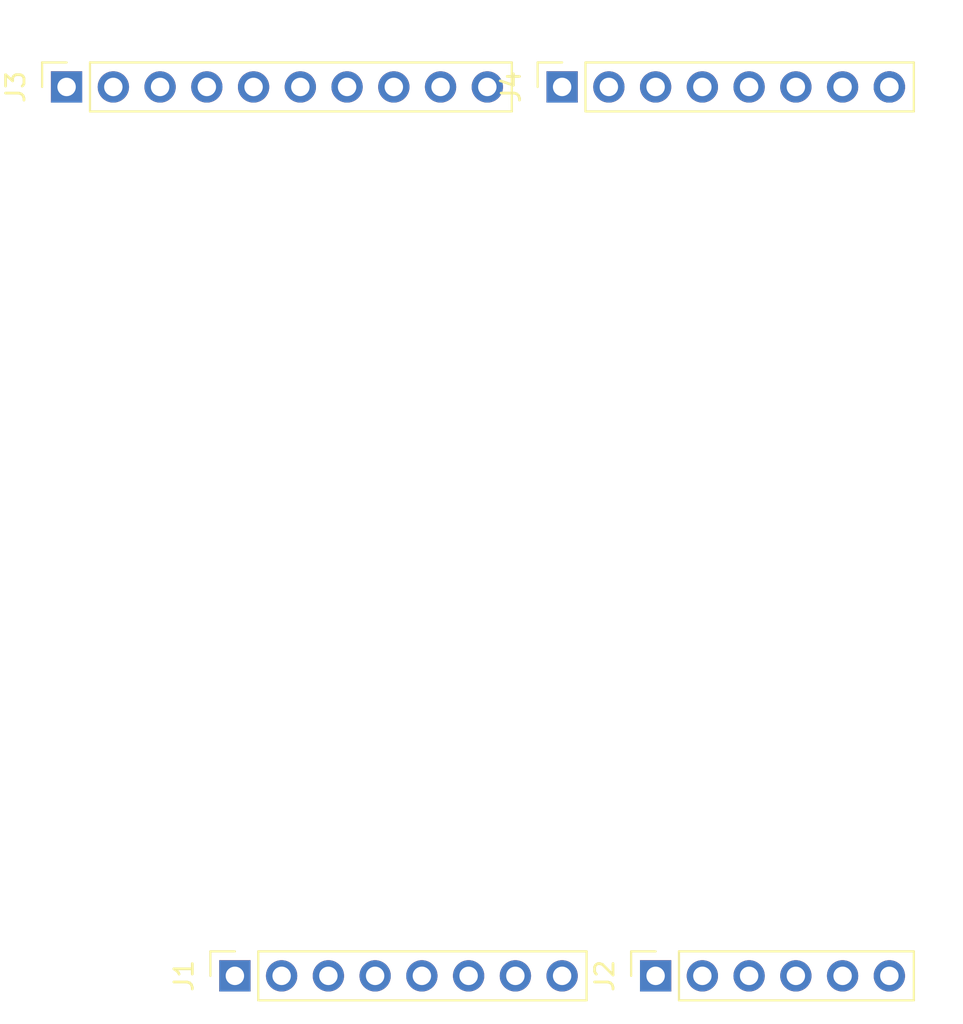
<source format=kicad_pcb>
(kicad_pcb (version 20221018) (generator pcbnew)
  (layers (0 "F.Cu" signal) (31 "B.Cu" signal) (34 "B.Paste" user) (35 "F.Paste" user) (36 "B.SilkS" user "B.Silkscreen") (37 "F.SilkS" user "F.Silkscreen") (38 "B.Mask" user) (39 "F.Mask" user) (44 "Edge.Cuts" user))
  (net 0 "")
  (net 2 "/IOREF")
  (net 3 "/~{RESET}")
  (net 4 "+3V3")
  (net 5 "+5V")
  (net 6 "GND")
  (net 7 "VCC")
  (net 8 "/A0")
  (net 9 "/A1")
  (net 10 "/A2")
  (net 11 "/A3")
  (net 12 "/SDA{slash}A4")
  (net 13 "/SCL{slash}A5")
  (net 14 "/AREF")
  (net 15 "/13")
  (net 16 "/12")
  (net 17 "/*11")
  (net 18 "/*10")
  (net 19 "/*9")
  (net 20 "/8")
  (net 21 "/7")
  (net 22 "/*6")
  (net 23 "/*5")
  (net 24 "/4")
  (net 25 "/*3")
  (net 26 "/2")
  (net 27 "/TX{slash}1")
  (net 28 "/RX{slash}0")
  (footprint "Connector_PinSocket_2.54mm:PinSocket_1x06_P2.54mm_Vertical" (layer "F.Cu") (at 226.06 149.86 90)
    (fp_text reference "J2" (at 0 -2.77 90) (layer "F.SilkS"))
    (fp_text value "Analog")
    (fp_line (start -1.33 1.27) (end -1.33 14.03) (stroke (width 0.12)) (layer "F.SilkS"))
    (fp_line (start -1.33 1.27) (end 1.33 1.27) (stroke (width 0.12)) (layer "F.SilkS"))
    (fp_line (start -1.33 14.03) (end 1.33 14.03) (stroke (width 0.12)) (layer "F.SilkS"))
    (fp_line (start 0 -1.33) (end 1.33 -1.33) (stroke (width 0.12)) (layer "F.SilkS"))
    (fp_line (start 1.33 -1.33) (end 1.33 0) (stroke (width 0.12)) (layer "F.SilkS"))
    (fp_line (start 1.33 1.27) (end 1.33 14.03) (stroke (width 0.12)) (layer "F.SilkS"))
    (pad "1" thru_hole rect (at 0 0 90) (size 1.7 1.7) (drill 1) (layers "*.Cu" "*.Mask") (net 8 "/A0"))
    (pad "2" thru_hole oval (at 0 2.54 90) (size 1.7 1.7) (drill 1) (layers "*.Cu" "*.Mask") (net 9 "/A1"))
    (pad "3" thru_hole oval (at 0 5.08 90) (size 1.7 1.7) (drill 1) (layers "*.Cu" "*.Mask") (net 10 "/A2"))
    (pad "4" thru_hole oval (at 0 7.62 90) (size 1.7 1.7) (drill 1) (layers "*.Cu" "*.Mask") (net 11 "/A3"))
    (pad "5" thru_hole oval (at 0 10.16 90) (size 1.7 1.7) (drill 1) (layers "*.Cu" "*.Mask") (net 12 "/SDA{slash}A4"))
    (pad "6" thru_hole oval (at 0 12.7 90) (size 1.7 1.7) (drill 1) (layers "*.Cu" "*.Mask") (net 13 "/SCL{slash}A5"))
  )
  (footprint "Connector_PinSocket_2.54mm:PinSocket_1x08_P2.54mm_Vertical" (layer "F.Cu") (at 203.2 149.86 90)
    (fp_text reference "J1" (at 0 -2.77 90) (layer "F.SilkS"))
    (fp_text value "Power")
    (fp_line (start -1.33 1.27) (end -1.33 19.11) (stroke (width 0.12)) (layer "F.SilkS"))
    (fp_line (start -1.33 1.27) (end 1.33 1.27) (stroke (width 0.12)) (layer "F.SilkS"))
    (fp_line (start -1.33 19.11) (end 1.33 19.11) (stroke (width 0.12)) (layer "F.SilkS"))
    (fp_line (start 0 -1.33) (end 1.33 -1.33) (stroke (width 0.12)) (layer "F.SilkS"))
    (fp_line (start 1.33 -1.33) (end 1.33 0) (stroke (width 0.12)) (layer "F.SilkS"))
    (fp_line (start 1.33 1.27) (end 1.33 19.11) (stroke (width 0.12)) (layer "F.SilkS"))
    (pad "1" thru_hole rect (at 0 0 90) (size 1.7 1.7) (drill 1) (layers "*.Cu" "*.Mask"))
    (pad "2" thru_hole oval (at 0 2.54 90) (size 1.7 1.7) (drill 1) (layers "*.Cu" "*.Mask") (net 2 "/IOREF"))
    (pad "3" thru_hole oval (at 0 5.08 90) (size 1.7 1.7) (drill 1) (layers "*.Cu" "*.Mask") (net 3 "/~{RESET}"))
    (pad "4" thru_hole oval (at 0 7.62 90) (size 1.7 1.7) (drill 1) (layers "*.Cu" "*.Mask") (net 4 "+3V3"))
    (pad "5" thru_hole oval (at 0 10.16 90) (size 1.7 1.7) (drill 1) (layers "*.Cu" "*.Mask") (net 5 "+5V"))
    (pad "6" thru_hole oval (at 0 12.7 90) (size 1.7 1.7) (drill 1) (layers "*.Cu" "*.Mask") (net 6 "GND"))
    (pad "7" thru_hole oval (at 0 15.24 90) (size 1.7 1.7) (drill 1) (layers "*.Cu" "*.Mask") (net 6 "GND"))
    (pad "8" thru_hole oval (at 0 17.78 90) (size 1.7 1.7) (drill 1) (layers "*.Cu" "*.Mask") (net 7 "VCC"))
  )
  (footprint "Connector_PinSocket_2.54mm:PinSocket_1x08_P2.54mm_Vertical" (layer "F.Cu") (at 220.98 101.6 90)
    (fp_text reference "J4" (at 0 -2.77 90) (layer "F.SilkS"))
    (fp_text value "Digital/PWM")
    (fp_line (start -1.33 1.27) (end -1.33 19.11) (stroke (width 0.12)) (layer "F.SilkS"))
    (fp_line (start -1.33 1.27) (end 1.33 1.27) (stroke (width 0.12)) (layer "F.SilkS"))
    (fp_line (start -1.33 19.11) (end 1.33 19.11) (stroke (width 0.12)) (layer "F.SilkS"))
    (fp_line (start 0 -1.33) (end 1.33 -1.33) (stroke (width 0.12)) (layer "F.SilkS"))
    (fp_line (start 1.33 -1.33) (end 1.33 0) (stroke (width 0.12)) (layer "F.SilkS"))
    (fp_line (start 1.33 1.27) (end 1.33 19.11) (stroke (width 0.12)) (layer "F.SilkS"))
    (pad "1" thru_hole rect (at 0 0 90) (size 1.7 1.7) (drill 1) (layers "*.Cu" "*.Mask") (net 21 "/7"))
    (pad "2" thru_hole oval (at 0 2.54 90) (size 1.7 1.7) (drill 1) (layers "*.Cu" "*.Mask") (net 22 "/*6"))
    (pad "3" thru_hole oval (at 0 5.08 90) (size 1.7 1.7) (drill 1) (layers "*.Cu" "*.Mask") (net 23 "/*5"))
    (pad "4" thru_hole oval (at 0 7.62 90) (size 1.7 1.7) (drill 1) (layers "*.Cu" "*.Mask") (net 24 "/4"))
    (pad "5" thru_hole oval (at 0 10.16 90) (size 1.7 1.7) (drill 1) (layers "*.Cu" "*.Mask") (net 25 "/*3"))
    (pad "6" thru_hole oval (at 0 12.7 90) (size 1.7 1.7) (drill 1) (layers "*.Cu" "*.Mask") (net 26 "/2"))
    (pad "7" thru_hole oval (at 0 15.24 90) (size 1.7 1.7) (drill 1) (layers "*.Cu" "*.Mask") (net 27 "/TX{slash}1"))
    (pad "8" thru_hole oval (at 0 17.78 90) (size 1.7 1.7) (drill 1) (layers "*.Cu" "*.Mask") (net 28 "/RX{slash}0"))
  )
  (footprint "Connector_PinSocket_2.54mm:PinSocket_1x10_P2.54mm_Vertical" (layer "F.Cu") (at 194.056 101.6 90)
    (fp_text reference "J3" (at 0 -2.77 90) (layer "F.SilkS"))
    (fp_text value "Digital/PWM")
    (fp_line (start -1.33 1.27) (end -1.33 24.19) (stroke (width 0.12)) (layer "F.SilkS"))
    (fp_line (start -1.33 1.27) (end 1.33 1.27) (stroke (width 0.12)) (layer "F.SilkS"))
    (fp_line (start -1.33 24.19) (end 1.33 24.19) (stroke (width 0.12)) (layer "F.SilkS"))
    (fp_line (start 0 -1.33) (end 1.33 -1.33) (stroke (width 0.12)) (layer "F.SilkS"))
    (fp_line (start 1.33 -1.33) (end 1.33 0) (stroke (width 0.12)) (layer "F.SilkS"))
    (fp_line (start 1.33 1.27) (end 1.33 24.19) (stroke (width 0.12)) (layer "F.SilkS"))
    (pad "1" thru_hole rect (at 0 0 90) (size 1.7 1.7) (drill 1) (layers "*.Cu" "*.Mask") (net 13 "/SCL{slash}A5"))
    (pad "2" thru_hole oval (at 0 2.54 90) (size 1.7 1.7) (drill 1) (layers "*.Cu" "*.Mask") (net 12 "/SDA{slash}A4"))
    (pad "3" thru_hole oval (at 0 5.08 90) (size 1.7 1.7) (drill 1) (layers "*.Cu" "*.Mask") (net 14 "/AREF"))
    (pad "4" thru_hole oval (at 0 7.62 90) (size 1.7 1.7) (drill 1) (layers "*.Cu" "*.Mask") (net 6 "GND"))
    (pad "5" thru_hole oval (at 0 10.16 90) (size 1.7 1.7) (drill 1) (layers "*.Cu" "*.Mask") (net 15 "/13"))
    (pad "6" thru_hole oval (at 0 12.7 90) (size 1.7 1.7) (drill 1) (layers "*.Cu" "*.Mask") (net 16 "/12"))
    (pad "7" thru_hole oval (at 0 15.24 90) (size 1.7 1.7) (drill 1) (layers "*.Cu" "*.Mask") (net 17 "/*11"))
    (pad "8" thru_hole oval (at 0 17.78 90) (size 1.7 1.7) (drill 1) (layers "*.Cu" "*.Mask") (net 18 "/*10"))
    (pad "9" thru_hole oval (at 0 20.32 90) (size 1.7 1.7) (drill 1) (layers "*.Cu" "*.Mask") (net 19 "/*9"))
    (pad "10" thru_hole oval (at 0 22.86 90) (size 1.7 1.7) (drill 1) (layers "*.Cu" "*.Mask") (net 20 "/8"))
  )
  (footprint "" (layer "F.Cu") (at 238.76 101.6)
    (fp_text reference "" (at 0 0) (layer "F.SilkS") (effects (font (size 1.27 1.27))))
    (fp_text value "" (at 0 0) (layer "F.SilkS") (effects (font (size 1.27 1.27))))
    (pad "8" thru_hole oval (at 0 0 90) (size 1.7 1.7) (drill 1) (layers "*.Cu" "*.Mask"))
  )
)
</source>
